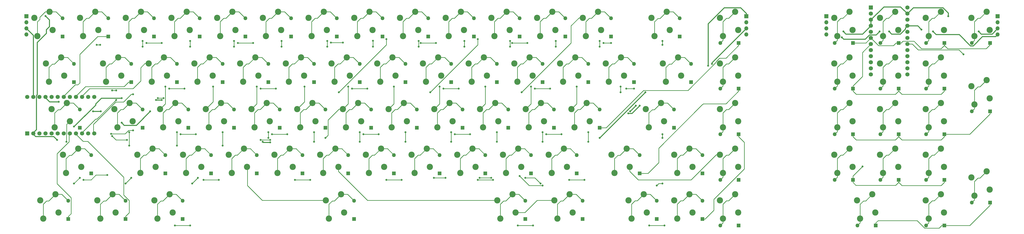
<source format=gbr>
G04 #@! TF.GenerationSoftware,KiCad,Pcbnew,(5.1.4)-1*
G04 #@! TF.CreationDate,2021-01-04T02:25:34-06:00*
G04 #@! TF.ProjectId,65Numpad,36354e75-6d70-4616-942e-6b696361645f,rev?*
G04 #@! TF.SameCoordinates,Original*
G04 #@! TF.FileFunction,Copper,L2,Bot*
G04 #@! TF.FilePolarity,Positive*
%FSLAX46Y46*%
G04 Gerber Fmt 4.6, Leading zero omitted, Abs format (unit mm)*
G04 Created by KiCad (PCBNEW (5.1.4)-1) date 2021-01-04 02:25:34*
%MOMM*%
%LPD*%
G04 APERTURE LIST*
%ADD10C,2.600000*%
%ADD11R,1.700000X1.700000*%
%ADD12O,1.700000X1.700000*%
%ADD13C,1.752600*%
%ADD14R,1.752600X1.752600*%
%ADD15R,1.600000X1.600000*%
%ADD16O,1.600000X1.600000*%
%ADD17C,0.800000*%
%ADD18C,0.254000*%
%ADD19C,0.381000*%
G04 APERTURE END LIST*
D10*
X54133750Y-94297500D03*
X60483750Y-91757500D03*
X61753750Y-99377500D03*
X55403750Y-101917500D03*
X373221250Y-56197500D03*
X379571250Y-53657500D03*
X380841250Y-61277500D03*
X374491250Y-63817500D03*
D11*
X331787500Y-55562500D03*
D12*
X331787500Y-58102500D03*
X331787500Y-60642500D03*
X331787500Y-63182500D03*
D11*
X-1587500Y-55562500D03*
D12*
X-1587500Y-58102500D03*
X-1587500Y-60642500D03*
X-1587500Y-63182500D03*
D10*
X399891250Y-127952500D03*
X393541250Y-130492500D03*
X398621250Y-120332500D03*
X392271250Y-122872500D03*
X399891250Y-89852500D03*
X393541250Y-92392500D03*
X398621250Y-82232500D03*
X392271250Y-84772500D03*
X398621250Y-82232500D03*
X392271250Y-84772500D03*
X399891250Y-89852500D03*
X393541250Y-92392500D03*
X20796250Y-56197500D03*
X27146250Y-53657500D03*
X28416250Y-61277500D03*
X22066250Y-63817500D03*
X344646250Y-132397500D03*
X350996250Y-129857500D03*
X345916250Y-140017500D03*
X352266250Y-137477500D03*
X354171250Y-113347500D03*
X360521250Y-110807500D03*
X361791250Y-118427500D03*
X355441250Y-120967500D03*
X373221250Y-113347500D03*
X379571250Y-110807500D03*
X380841250Y-118427500D03*
X374491250Y-120967500D03*
X354171250Y-56197500D03*
X360521250Y-53657500D03*
X361791250Y-61277500D03*
X355441250Y-63817500D03*
X373221250Y-94297500D03*
X379571250Y-91757500D03*
X380841250Y-99377500D03*
X374491250Y-101917500D03*
X335121250Y-75247500D03*
X341471250Y-72707500D03*
X342741250Y-80327500D03*
X336391250Y-82867500D03*
D11*
X403225000Y-55562500D03*
D12*
X403225000Y-58102500D03*
X403225000Y-60642500D03*
X403225000Y-63182500D03*
D10*
X335121250Y-113347500D03*
X341471250Y-110807500D03*
X342741250Y-118427500D03*
X336391250Y-120967500D03*
D13*
X365601250Y-51911250D03*
X350361250Y-79851250D03*
X365601250Y-54451250D03*
X365601250Y-56991250D03*
X365601250Y-59531250D03*
X365601250Y-62071250D03*
X365601250Y-64611250D03*
X365601250Y-67151250D03*
X365601250Y-69691250D03*
X365601250Y-72231250D03*
X365601250Y-74771250D03*
X365601250Y-77311250D03*
X365601250Y-79851250D03*
X350361250Y-77311250D03*
X350361250Y-74771250D03*
X350361250Y-72231250D03*
X350361250Y-69691250D03*
X350361250Y-67151250D03*
X350361250Y-64611250D03*
X350361250Y-62071250D03*
X350361250Y-59531250D03*
X350361250Y-56991250D03*
X350361250Y-54451250D03*
D14*
X350361250Y-51911250D03*
D10*
X335121250Y-56197500D03*
X341471250Y-53657500D03*
X342741250Y-61277500D03*
X336391250Y-63817500D03*
X373221250Y-75247500D03*
X379571250Y-72707500D03*
X380841250Y-80327500D03*
X374491250Y-82867500D03*
X392271250Y-56197500D03*
X398621250Y-53657500D03*
X399891250Y-61277500D03*
X393541250Y-63817500D03*
X335121250Y-94297500D03*
X341471250Y-91757500D03*
X342741250Y-99377500D03*
X336391250Y-101917500D03*
X354171250Y-94297500D03*
X360521250Y-91757500D03*
X361791250Y-99377500D03*
X355441250Y-101917500D03*
X354171250Y-75247500D03*
X360521250Y-72707500D03*
X361791250Y-80327500D03*
X355441250Y-82867500D03*
X373221250Y-132397500D03*
X379571250Y-129857500D03*
X380841250Y-137477500D03*
X374491250Y-140017500D03*
D15*
X400050000Y-133350000D03*
D16*
X392430000Y-133350000D03*
D15*
X381000000Y-142875000D03*
D16*
X373380000Y-142875000D03*
D15*
X352425000Y-142875000D03*
D16*
X344805000Y-142875000D03*
D15*
X381000000Y-123825000D03*
D16*
X373380000Y-123825000D03*
D15*
X361950000Y-123825000D03*
D16*
X354330000Y-123825000D03*
D15*
X342900000Y-123825000D03*
D16*
X335280000Y-123825000D03*
D15*
X400050000Y-95250000D03*
D16*
X392430000Y-95250000D03*
D15*
X381000000Y-104775000D03*
D16*
X373380000Y-104775000D03*
D15*
X361950000Y-104775000D03*
D16*
X354330000Y-104775000D03*
D15*
X342900000Y-104775000D03*
D16*
X335280000Y-104775000D03*
D15*
X381000000Y-85725000D03*
D16*
X373380000Y-85725000D03*
D15*
X361950000Y-85725000D03*
D16*
X354330000Y-85725000D03*
D15*
X342900000Y-85725000D03*
D16*
X335280000Y-85725000D03*
D15*
X400050000Y-66675000D03*
D16*
X392430000Y-66675000D03*
D15*
X381000000Y-66675000D03*
D16*
X373380000Y-66675000D03*
D15*
X361950000Y-66675000D03*
D16*
X354330000Y-66675000D03*
D15*
X342900000Y-66675000D03*
D16*
X335280000Y-66675000D03*
D10*
X225583750Y-94297500D03*
X231933750Y-91757500D03*
X233203750Y-99377500D03*
X226853750Y-101917500D03*
X120808750Y-113347500D03*
X127158750Y-110807500D03*
X128428750Y-118427500D03*
X122078750Y-120967500D03*
X216058750Y-113347500D03*
X222408750Y-110807500D03*
X223678750Y-118427500D03*
X217328750Y-120967500D03*
X187483750Y-94297500D03*
X193833750Y-91757500D03*
X195103750Y-99377500D03*
X188753750Y-101917500D03*
X111283750Y-94297500D03*
X117633750Y-91757500D03*
X118903750Y-99377500D03*
X112553750Y-101917500D03*
X4127500Y-132397500D03*
X10477500Y-129857500D03*
X5397500Y-140017500D03*
X11747500Y-137477500D03*
X20002500Y-110807500D03*
X13652500Y-113347500D03*
X14922500Y-120967500D03*
X21272500Y-118427500D03*
X82708750Y-113347500D03*
X89058750Y-110807500D03*
X90328750Y-118427500D03*
X83978750Y-120967500D03*
X242252500Y-113347500D03*
X248602500Y-110807500D03*
X243522500Y-120967500D03*
X249872500Y-118427500D03*
X139858750Y-113347500D03*
X146208750Y-110807500D03*
X147478750Y-118427500D03*
X141128750Y-120967500D03*
X239871250Y-75247500D03*
X246221250Y-72707500D03*
X247491250Y-80327500D03*
X241141250Y-82867500D03*
X49371250Y-75247500D03*
X55721250Y-72707500D03*
X56991250Y-80327500D03*
X50641250Y-82867500D03*
X6508750Y-75247500D03*
X12858750Y-72707500D03*
X7778750Y-82867500D03*
X14128750Y-80327500D03*
X154146250Y-56197500D03*
X160496250Y-53657500D03*
X161766250Y-61277500D03*
X155416250Y-63817500D03*
X192246250Y-56197500D03*
X198596250Y-53657500D03*
X199866250Y-61277500D03*
X193516250Y-63817500D03*
X44608750Y-113347500D03*
X50958750Y-110807500D03*
X52228750Y-118427500D03*
X45878750Y-120967500D03*
X125571250Y-75247500D03*
X131921250Y-72707500D03*
X133191250Y-80327500D03*
X126841250Y-82867500D03*
X63658750Y-113347500D03*
X70008750Y-110807500D03*
X71278750Y-118427500D03*
X64928750Y-120967500D03*
X27940000Y-132397500D03*
X34290000Y-129857500D03*
X29210000Y-140017500D03*
X35560000Y-137477500D03*
X101758750Y-113347500D03*
X108108750Y-110807500D03*
X109378750Y-118427500D03*
X103028750Y-120967500D03*
X268446250Y-113347500D03*
X274796250Y-110807500D03*
X276066250Y-118427500D03*
X269716250Y-120967500D03*
X144621250Y-75247500D03*
X150971250Y-72707500D03*
X152241250Y-80327500D03*
X145891250Y-82867500D03*
X39846250Y-56197500D03*
X46196250Y-53657500D03*
X47466250Y-61277500D03*
X41116250Y-63817500D03*
X58896250Y-56197500D03*
X65246250Y-53657500D03*
X66516250Y-61277500D03*
X60166250Y-63817500D03*
X106521250Y-75247500D03*
X112871250Y-72707500D03*
X114141250Y-80327500D03*
X107791250Y-82867500D03*
X123190000Y-132397500D03*
X129540000Y-129857500D03*
X124460000Y-140017500D03*
X130810000Y-137477500D03*
X116046250Y-56197500D03*
X122396250Y-53657500D03*
X123666250Y-61277500D03*
X117316250Y-63817500D03*
X135096250Y-56197500D03*
X141446250Y-53657500D03*
X142716250Y-61277500D03*
X136366250Y-63817500D03*
X206533750Y-94297500D03*
X212883750Y-91757500D03*
X214153750Y-99377500D03*
X207803750Y-101917500D03*
X287496250Y-132397500D03*
X293846250Y-129857500D03*
X295116250Y-137477500D03*
X288766250Y-140017500D03*
X87471250Y-75247500D03*
X93821250Y-72707500D03*
X95091250Y-80327500D03*
X88741250Y-82867500D03*
X30321250Y-75247500D03*
X36671250Y-72707500D03*
X37941250Y-80327500D03*
X31591250Y-82867500D03*
X287496250Y-94297500D03*
X293846250Y-91757500D03*
X295116250Y-99377500D03*
X288766250Y-101917500D03*
X287496250Y-113347500D03*
X293846250Y-110807500D03*
X295116250Y-118427500D03*
X288766250Y-120967500D03*
X197008750Y-113347500D03*
X203358750Y-110807500D03*
X204628750Y-118427500D03*
X198278750Y-120967500D03*
X201771250Y-75247500D03*
X208121250Y-72707500D03*
X209391250Y-80327500D03*
X203041250Y-82867500D03*
X182721250Y-75247500D03*
X189071250Y-72707500D03*
X190341250Y-80327500D03*
X183991250Y-82867500D03*
X173196250Y-56197500D03*
X179546250Y-53657500D03*
X180816250Y-61277500D03*
X174466250Y-63817500D03*
X211296250Y-56197500D03*
X217646250Y-53657500D03*
X218916250Y-61277500D03*
X212566250Y-63817500D03*
X158908750Y-113347500D03*
X165258750Y-110807500D03*
X166528750Y-118427500D03*
X160178750Y-120967500D03*
X249396250Y-132397500D03*
X255746250Y-129857500D03*
X257016250Y-137477500D03*
X250666250Y-140017500D03*
X220821250Y-75247500D03*
X227171250Y-72707500D03*
X228441250Y-80327500D03*
X222091250Y-82867500D03*
X168433750Y-94297500D03*
X174783750Y-91757500D03*
X176053750Y-99377500D03*
X169703750Y-101917500D03*
X149383750Y-94297500D03*
X155733750Y-91757500D03*
X157003750Y-99377500D03*
X150653750Y-101917500D03*
X163671250Y-75247500D03*
X170021250Y-72707500D03*
X171291250Y-80327500D03*
X164941250Y-82867500D03*
X287496250Y-75247500D03*
X293846250Y-72707500D03*
X295116250Y-80327500D03*
X288766250Y-82867500D03*
X130333750Y-94297500D03*
X136683750Y-91757500D03*
X137953750Y-99377500D03*
X131603750Y-101917500D03*
X77946250Y-56197500D03*
X84296250Y-53657500D03*
X85566250Y-61277500D03*
X79216250Y-63817500D03*
X218440000Y-132397500D03*
X224790000Y-129857500D03*
X219710000Y-140017500D03*
X226060000Y-137477500D03*
X96996250Y-56197500D03*
X103346250Y-53657500D03*
X104616250Y-61277500D03*
X98266250Y-63817500D03*
X92233750Y-94297500D03*
X98583750Y-91757500D03*
X99853750Y-99377500D03*
X93503750Y-101917500D03*
X1746250Y-56197500D03*
X8096250Y-53657500D03*
X9366250Y-61277500D03*
X3016250Y-63817500D03*
X230346250Y-56197500D03*
X236696250Y-53657500D03*
X237966250Y-61277500D03*
X231616250Y-63817500D03*
X262890000Y-91757500D03*
X256540000Y-94297500D03*
X257810000Y-101917500D03*
X264160000Y-99377500D03*
X68421250Y-75247500D03*
X74771250Y-72707500D03*
X76041250Y-80327500D03*
X69691250Y-82867500D03*
X268446250Y-132397500D03*
X274796250Y-129857500D03*
X276066250Y-137477500D03*
X269716250Y-140017500D03*
X287496250Y-56197500D03*
X293846250Y-53657500D03*
X295116250Y-61277500D03*
X288766250Y-63817500D03*
X73183750Y-94297500D03*
X79533750Y-91757500D03*
X80803750Y-99377500D03*
X74453750Y-101917500D03*
X177958750Y-113347500D03*
X184308750Y-110807500D03*
X185578750Y-118427500D03*
X179228750Y-120967500D03*
X8890000Y-94297500D03*
X15240000Y-91757500D03*
X10160000Y-101917500D03*
X16510000Y-99377500D03*
X258921250Y-56197500D03*
X265271250Y-53657500D03*
X260191250Y-63817500D03*
X266541250Y-61277500D03*
X263683750Y-75247500D03*
X270033750Y-72707500D03*
X264953750Y-82867500D03*
X271303750Y-80327500D03*
X194627500Y-132397500D03*
X200977500Y-129857500D03*
X195897500Y-140017500D03*
X202247500Y-137477500D03*
X51752500Y-132397500D03*
X58102500Y-129857500D03*
X53022500Y-140017500D03*
X59372500Y-137477500D03*
X35083750Y-94297500D03*
X41433750Y-91757500D03*
X42703750Y-99377500D03*
X36353750Y-101917500D03*
D15*
X295275000Y-123825000D03*
D16*
X287655000Y-123825000D03*
D15*
X295275000Y-104775000D03*
D16*
X287655000Y-104775000D03*
D15*
X295275000Y-142875000D03*
D16*
X287655000Y-142875000D03*
D15*
X280193750Y-140176250D03*
D16*
X280193750Y-132556250D03*
D15*
X261143750Y-140176250D03*
D16*
X261143750Y-132556250D03*
D15*
X230187500Y-140176250D03*
D16*
X230187500Y-132556250D03*
D15*
X206375000Y-140176250D03*
D16*
X206375000Y-132556250D03*
D15*
X134937500Y-140176250D03*
D16*
X134937500Y-132556250D03*
D15*
X63500000Y-140176250D03*
D16*
X63500000Y-132556250D03*
D15*
X39687500Y-140176250D03*
D16*
X39687500Y-132556250D03*
D15*
X15875000Y-140176250D03*
D16*
X15875000Y-132556250D03*
D15*
X295275000Y-85725000D03*
D16*
X287655000Y-85725000D03*
D15*
X280193750Y-121126250D03*
D16*
X280193750Y-113506250D03*
D15*
X254000000Y-121126250D03*
D16*
X254000000Y-113506250D03*
D15*
X227806250Y-121126250D03*
D16*
X227806250Y-113506250D03*
D15*
X208756250Y-121126250D03*
D16*
X208756250Y-113506250D03*
D15*
X189706250Y-121126250D03*
D16*
X189706250Y-113506250D03*
D15*
X170656250Y-121126250D03*
D16*
X170656250Y-113506250D03*
D15*
X151606250Y-121126250D03*
D16*
X151606250Y-113506250D03*
D15*
X132556250Y-121126250D03*
D16*
X132556250Y-113506250D03*
D15*
X113506250Y-121126250D03*
D16*
X113506250Y-113506250D03*
D15*
X94456250Y-121126250D03*
D16*
X94456250Y-113506250D03*
D15*
X75406250Y-121126250D03*
D16*
X75406250Y-113506250D03*
D15*
X56356250Y-121126250D03*
D16*
X56356250Y-113506250D03*
D15*
X25400000Y-121126250D03*
D16*
X25400000Y-113506250D03*
D15*
X295275000Y-66675000D03*
D16*
X287655000Y-66675000D03*
D15*
X268287500Y-102076250D03*
D16*
X268287500Y-94456250D03*
D15*
X237331250Y-102076250D03*
D16*
X237331250Y-94456250D03*
D15*
X218281250Y-102076250D03*
D16*
X218281250Y-94456250D03*
D15*
X199231250Y-102076250D03*
D16*
X199231250Y-94456250D03*
D15*
X180181250Y-102076250D03*
D16*
X180181250Y-94456250D03*
D15*
X161131250Y-102076250D03*
D16*
X161131250Y-94456250D03*
D15*
X142081250Y-102076250D03*
D16*
X142081250Y-94456250D03*
D15*
X123031250Y-102076250D03*
D16*
X123031250Y-94456250D03*
D15*
X103981250Y-102076250D03*
D16*
X103981250Y-94456250D03*
D15*
X84931250Y-102076250D03*
D16*
X84931250Y-94456250D03*
D15*
X65881250Y-102076250D03*
D16*
X65881250Y-94456250D03*
D15*
X46831250Y-102076250D03*
D16*
X46831250Y-94456250D03*
D15*
X20637500Y-102076250D03*
D16*
X20637500Y-94456250D03*
D15*
X275431250Y-83026250D03*
D16*
X275431250Y-75406250D03*
D15*
X251618750Y-83026250D03*
D16*
X251618750Y-75406250D03*
D15*
X232568750Y-83026250D03*
D16*
X232568750Y-75406250D03*
D15*
X213518750Y-83026250D03*
D16*
X213518750Y-75406250D03*
D15*
X194468750Y-83026250D03*
D16*
X194468750Y-75406250D03*
D15*
X175418750Y-83026250D03*
D16*
X175418750Y-75406250D03*
D15*
X156368750Y-83026250D03*
D16*
X156368750Y-75406250D03*
D15*
X137318750Y-83026250D03*
D16*
X137318750Y-75406250D03*
D15*
X118268750Y-83026250D03*
D16*
X118268750Y-75406250D03*
D15*
X99218750Y-83026250D03*
D16*
X99218750Y-75406250D03*
D15*
X80168750Y-83026250D03*
D16*
X80168750Y-75406250D03*
D15*
X61118750Y-83026250D03*
D16*
X61118750Y-75406250D03*
D15*
X42068750Y-83026250D03*
D16*
X42068750Y-75406250D03*
D15*
X18256250Y-83026250D03*
D16*
X18256250Y-75406250D03*
D15*
X270668750Y-63976250D03*
D16*
X270668750Y-56356250D03*
D15*
X242093750Y-63976250D03*
D16*
X242093750Y-56356250D03*
D15*
X223043750Y-63976250D03*
D16*
X223043750Y-56356250D03*
D15*
X203993750Y-63976250D03*
D16*
X203993750Y-56356250D03*
D15*
X184943750Y-63976250D03*
D16*
X184943750Y-56356250D03*
D15*
X165893750Y-63976250D03*
D16*
X165893750Y-56356250D03*
D15*
X146843750Y-63976250D03*
D16*
X146843750Y-56356250D03*
D15*
X127793750Y-63976250D03*
D16*
X127793750Y-56356250D03*
D15*
X108743750Y-63976250D03*
D16*
X108743750Y-56356250D03*
D15*
X89693750Y-63976250D03*
D16*
X89693750Y-56356250D03*
D15*
X70643750Y-63976250D03*
D16*
X70643750Y-56356250D03*
D15*
X51593750Y-63976250D03*
D16*
X51593750Y-56356250D03*
D15*
X32543750Y-63976250D03*
D16*
X32543750Y-56356250D03*
D15*
X13493750Y-63976250D03*
D16*
X13493750Y-56356250D03*
D13*
X-1270000Y-89217500D03*
X26670000Y-104457500D03*
X1270000Y-89217500D03*
X3810000Y-89217500D03*
X6350000Y-89217500D03*
X8890000Y-89217500D03*
X11430000Y-89217500D03*
X13970000Y-89217500D03*
X16510000Y-89217500D03*
X19050000Y-89217500D03*
X21590000Y-89217500D03*
X24130000Y-89217500D03*
X26670000Y-89217500D03*
X24130000Y-104457500D03*
X21590000Y-104457500D03*
X19050000Y-104457500D03*
X16510000Y-104457500D03*
X13970000Y-104457500D03*
X11430000Y-104457500D03*
X8890000Y-104457500D03*
X6350000Y-104457500D03*
X3810000Y-104457500D03*
X1270000Y-104457500D03*
D14*
X-1270000Y-104457500D03*
D11*
X298450000Y-55562500D03*
D12*
X298450000Y-58102500D03*
X298450000Y-60642500D03*
X298450000Y-63182500D03*
D17*
X41275000Y-103981250D03*
X20637500Y-123031250D03*
X18256250Y-125412500D03*
X42068750Y-123031250D03*
X39687500Y-125412500D03*
X41275000Y-109537500D03*
X15081250Y-107950000D03*
X46831250Y-68262500D03*
X46831250Y-65881250D03*
X76200000Y-84931250D03*
X66675000Y-65881250D03*
X66675000Y-68262500D03*
X56356250Y-84931250D03*
X61118750Y-103981250D03*
X80168750Y-103981250D03*
X69850000Y-123031250D03*
X67468750Y-125412500D03*
X80168750Y-109537500D03*
X61118750Y-109537500D03*
X94456250Y-84931250D03*
X84931250Y-65881250D03*
X84931250Y-68262500D03*
X104775000Y-65881250D03*
X104775000Y-68262500D03*
X114300000Y-84931250D03*
X99218750Y-106362500D03*
X99218750Y-103981250D03*
X118268750Y-103981250D03*
X118268750Y-107950000D03*
X200025000Y-65881250D03*
X200025000Y-68262500D03*
X219075000Y-68262500D03*
X219075000Y-65881250D03*
X208756250Y-84931250D03*
X227806250Y-84931250D03*
X213518750Y-103981250D03*
X232568750Y-103981250D03*
X186531250Y-65087500D03*
X166687500Y-87312500D03*
X42862500Y-103187500D03*
X33725728Y-104654663D03*
X232568750Y-107950000D03*
X213518750Y-107950000D03*
X237331250Y-68262500D03*
X237331250Y-65881250D03*
X263525000Y-65881250D03*
X263525000Y-67468750D03*
X246062500Y-87312500D03*
X246062500Y-84931250D03*
X263525000Y-106362500D03*
X263525000Y-104775000D03*
X42862500Y-88106250D03*
X204787500Y-87312500D03*
X55562500Y-89693750D03*
X53181250Y-89693750D03*
X161925000Y-65881250D03*
X161925000Y-68262500D03*
X180975000Y-65881250D03*
X180975000Y-68262500D03*
X170656250Y-84931250D03*
X189706250Y-84931250D03*
X175418750Y-103981250D03*
X194468750Y-103981250D03*
X263525000Y-125412500D03*
X261143750Y-126206250D03*
X213518750Y-126206250D03*
X203993750Y-122237500D03*
X148431250Y-65087500D03*
X128587500Y-87312500D03*
X35810750Y-90487500D03*
X194468750Y-107950000D03*
X175418750Y-107950000D03*
X123825000Y-65881250D03*
X123825000Y-68262500D03*
X142875000Y-65802183D03*
X142875000Y-68262500D03*
X132556250Y-84931250D03*
X151606250Y-84931250D03*
X137318750Y-103981250D03*
X156368750Y-103981250D03*
X34131250Y-105568750D03*
X40274997Y-107156250D03*
X123031250Y-106362500D03*
X100012500Y-107156250D03*
X96043750Y-107156250D03*
X212725000Y-125412500D03*
X206375000Y-123031250D03*
X192087500Y-123031250D03*
X187325000Y-123031250D03*
X173037500Y-123031250D03*
X168275000Y-123031250D03*
X156368750Y-107950000D03*
X137318750Y-107950000D03*
X388937500Y-71437500D03*
X256381250Y-87312500D03*
X237331250Y-106362500D03*
X100012500Y-108156253D03*
X96837500Y-107950000D03*
X11204500Y-107156250D03*
X6350000Y-55470500D03*
X282575000Y-76200000D03*
X252412500Y-92868750D03*
X250031250Y-95250000D03*
X54768750Y-90487500D03*
X52387500Y-90487500D03*
X38100000Y-89693750D03*
X18256250Y-101600000D03*
X284162500Y-75406250D03*
X338931250Y-61912500D03*
X395287500Y-61912500D03*
X382587500Y-55562500D03*
X254000000Y-92868750D03*
X249237500Y-96043750D03*
X50006250Y-95250000D03*
X38100000Y-100012500D03*
X29368750Y-95250000D03*
X26193750Y-95250000D03*
X11906250Y-91281250D03*
X338224303Y-64317423D03*
X354012500Y-61912500D03*
X357981250Y-61912500D03*
X376237500Y-61912500D03*
X371475000Y-61118750D03*
X60325000Y-142875000D03*
X66675000Y-142875000D03*
X203200000Y-142875000D03*
X209550000Y-142875000D03*
X257968750Y-142875000D03*
X264318750Y-142875000D03*
X22225000Y-123825000D03*
X72231250Y-123825000D03*
X78581250Y-123825000D03*
X110331250Y-123825000D03*
X116681250Y-123825000D03*
X148431250Y-123825000D03*
X154781250Y-123825000D03*
X186531250Y-123825000D03*
X192881250Y-123825000D03*
X224631250Y-123825000D03*
X230981250Y-123825000D03*
X32127849Y-121821599D03*
X62706250Y-104775000D03*
X69056250Y-104775000D03*
X100806250Y-104775000D03*
X107156250Y-104775000D03*
X138906250Y-104775000D03*
X145256250Y-104775000D03*
X177006250Y-104775000D03*
X183356250Y-104775000D03*
X215106250Y-104775000D03*
X221456250Y-104775000D03*
X57943750Y-85725000D03*
X64293750Y-85725000D03*
X96043750Y-85725000D03*
X102393750Y-85725000D03*
X134143750Y-85725000D03*
X140493750Y-85725000D03*
X172243750Y-85725000D03*
X178593750Y-85725000D03*
X210343750Y-85725000D03*
X216693750Y-85725000D03*
X248443750Y-85725000D03*
X251618750Y-85725000D03*
X346868750Y-118268750D03*
X35810750Y-86518750D03*
X34131250Y-86518750D03*
X48418750Y-66675000D03*
X54768750Y-66675000D03*
X125295308Y-66557808D03*
X130320817Y-66529183D03*
X86518750Y-66675000D03*
X92868750Y-66675000D03*
X162718750Y-66675000D03*
X169068750Y-66675000D03*
X200818750Y-66675000D03*
X207168750Y-66675000D03*
X238918750Y-66675000D03*
X242093750Y-66675000D03*
X27689250Y-67468750D03*
X29143250Y-67468750D03*
D18*
X44132500Y-91757500D02*
X46831250Y-94456250D01*
X41433750Y-91757500D02*
X44132500Y-91757500D01*
X36353750Y-100079023D02*
X36353750Y-101917500D01*
X36353750Y-95933538D02*
X36353750Y-100079023D01*
X37776789Y-94510499D02*
X36353750Y-95933538D01*
X38680751Y-94510499D02*
X37776789Y-94510499D01*
X41433750Y-91757500D02*
X38680751Y-94510499D01*
X41275000Y-106362500D02*
X41275000Y-103981250D01*
X20637500Y-123031250D02*
X18256250Y-125412500D01*
X42068750Y-123031250D02*
X39687500Y-125412500D01*
X41275000Y-106362500D02*
X41275000Y-107156250D01*
X41275000Y-107156250D02*
X41275000Y-107950000D01*
X41275000Y-107950000D02*
X41275000Y-109537500D01*
X15210001Y-100677499D02*
X16510000Y-99377500D01*
X15173301Y-100714199D02*
X15210001Y-100677499D01*
X15173301Y-105035085D02*
X15173301Y-100714199D01*
X15081250Y-105127136D02*
X15173301Y-105035085D01*
X15081250Y-107950000D02*
X15081250Y-105127136D01*
X60801250Y-129857500D02*
X63500000Y-132556250D01*
X58102500Y-129857500D02*
X60801250Y-129857500D01*
X53022500Y-138179023D02*
X53022500Y-140017500D01*
X53022500Y-134042566D02*
X53022500Y-138179023D01*
X54448467Y-132616599D02*
X53022500Y-134042566D01*
X55343401Y-132616599D02*
X54448467Y-132616599D01*
X58102500Y-129857500D02*
X55343401Y-132616599D01*
X46831250Y-68262500D02*
X46831250Y-65881250D01*
X66675000Y-65881250D02*
X66675000Y-68262500D01*
X61118750Y-106362500D02*
X61118750Y-103981250D01*
X80168750Y-106362500D02*
X80168750Y-103981250D01*
X47780260Y-75247500D02*
X49371250Y-75247500D01*
X25400000Y-85725000D02*
X42862500Y-85725000D01*
X42862500Y-85725000D02*
X46037500Y-82550000D01*
X46037500Y-82550000D02*
X46037500Y-76990260D01*
X46037500Y-76990260D02*
X47780260Y-75247500D01*
X69850000Y-123031250D02*
X67468750Y-125412500D01*
X80168750Y-107156250D02*
X80168750Y-106362500D01*
X61118750Y-106362500D02*
X61118750Y-107156250D01*
X80168750Y-107156250D02*
X80168750Y-107950000D01*
X61118750Y-107156250D02*
X61118750Y-107950000D01*
X80168750Y-107950000D02*
X80168750Y-109537500D01*
X61118750Y-107950000D02*
X61118750Y-109537500D01*
X24765000Y-85725000D02*
X21272500Y-89217500D01*
X25400000Y-85725000D02*
X24765000Y-85725000D01*
X90487500Y-118586250D02*
X90328750Y-118427500D01*
X90487500Y-126206250D02*
X90487500Y-118586250D01*
X123190000Y-132397500D02*
X96678750Y-132397500D01*
X96678750Y-132397500D02*
X90487500Y-126206250D01*
X76200000Y-91281250D02*
X73183750Y-94297500D01*
X76200000Y-84931250D02*
X76200000Y-91281250D01*
X56356250Y-92075000D02*
X54133750Y-94297500D01*
X56356250Y-84931250D02*
X56356250Y-92075000D01*
X203676250Y-129857500D02*
X206375000Y-132556250D01*
X200977500Y-129857500D02*
X203676250Y-129857500D01*
X195897500Y-138179023D02*
X195897500Y-140017500D01*
X195897500Y-134042566D02*
X195897500Y-138179023D01*
X197323467Y-132616599D02*
X195897500Y-134042566D01*
X198218401Y-132616599D02*
X197323467Y-132616599D01*
X200977500Y-129857500D02*
X198218401Y-132616599D01*
X84931250Y-65881250D02*
X84931250Y-68262500D01*
X104775000Y-65881250D02*
X104775000Y-68262500D01*
X114300000Y-87312500D02*
X114300000Y-84931250D01*
X99218750Y-106362500D02*
X99218750Y-103981250D01*
X118268750Y-106362500D02*
X118268750Y-103981250D01*
X118268750Y-106362500D02*
X118268750Y-107156250D01*
X114300000Y-88106250D02*
X114300000Y-87312500D01*
X114300000Y-88106250D02*
X114300000Y-88900000D01*
X118268750Y-107156250D02*
X118268750Y-107950000D01*
X114300000Y-88900000D02*
X114300000Y-91281250D01*
X202247500Y-137477500D02*
X206216250Y-137477500D01*
X211296250Y-132397500D02*
X218440000Y-132397500D01*
X206216250Y-137477500D02*
X211296250Y-132397500D01*
X194627500Y-132397500D02*
X148590000Y-132397500D01*
X140560273Y-132397500D02*
X148590000Y-132397500D01*
X128428750Y-120265977D02*
X140560273Y-132397500D01*
X128428750Y-118427500D02*
X128428750Y-120265977D01*
X114300000Y-91281250D02*
X111283750Y-94297500D01*
X94456250Y-92075000D02*
X92233750Y-94297500D01*
X94456250Y-84931250D02*
X94456250Y-92075000D01*
X234632500Y-91757500D02*
X237331250Y-94456250D01*
X231933750Y-91757500D02*
X234632500Y-91757500D01*
X226853750Y-100079023D02*
X226853750Y-101917500D01*
X226853750Y-95933538D02*
X226853750Y-100079023D01*
X228276789Y-94510499D02*
X226853750Y-95933538D01*
X229180751Y-94510499D02*
X228276789Y-94510499D01*
X231933750Y-91757500D02*
X229180751Y-94510499D01*
X200025000Y-65881250D02*
X200025000Y-68262500D01*
X219075000Y-68262500D02*
X219075000Y-65881250D01*
X227806250Y-87312500D02*
X227806250Y-84931250D01*
X213518750Y-106362500D02*
X213518750Y-103981250D01*
X232568750Y-106362500D02*
X232568750Y-103981250D01*
X285905260Y-113347500D02*
X275427760Y-123825000D01*
X287496250Y-113347500D02*
X285905260Y-113347500D01*
X249872500Y-120265977D02*
X249872500Y-118427500D01*
X253431523Y-123825000D02*
X249872500Y-120265977D01*
X275427760Y-123825000D02*
X253431523Y-123825000D01*
X186531250Y-65087500D02*
X186531250Y-67468750D01*
X186531250Y-67468750D02*
X166687500Y-87312500D01*
X39525625Y-104654663D02*
X33725728Y-104654663D01*
X42862500Y-103187500D02*
X40992788Y-103187500D01*
X40992788Y-103187500D02*
X39525625Y-104654663D01*
X232568750Y-106362500D02*
X232568750Y-107156250D01*
X232568750Y-107156250D02*
X232568750Y-107950000D01*
X213518750Y-106362500D02*
X213518750Y-107950000D01*
X227806250Y-87312500D02*
X227806250Y-88900000D01*
X208756250Y-92075000D02*
X206533750Y-94297500D01*
X208756250Y-84931250D02*
X208756250Y-92075000D01*
X227806250Y-92075000D02*
X225583750Y-94297500D01*
X227806250Y-88900000D02*
X227806250Y-92075000D01*
X129857500Y-110807500D02*
X132556250Y-113506250D01*
X127158750Y-110807500D02*
X129857500Y-110807500D01*
X122078750Y-119129023D02*
X122078750Y-120967500D01*
X122078750Y-114983538D02*
X122078750Y-119129023D01*
X123501789Y-113560499D02*
X122078750Y-114983538D01*
X124405751Y-113560499D02*
X123501789Y-113560499D01*
X127158750Y-110807500D02*
X124405751Y-113560499D01*
X272732500Y-72707500D02*
X275431250Y-75406250D01*
X270033750Y-72707500D02*
X272732500Y-72707500D01*
X264953750Y-81029023D02*
X264953750Y-82867500D01*
X264953750Y-76892566D02*
X264953750Y-81029023D01*
X266379717Y-75466599D02*
X264953750Y-76892566D01*
X267274651Y-75466599D02*
X266379717Y-75466599D01*
X270033750Y-72707500D02*
X267274651Y-75466599D01*
X237331250Y-68262500D02*
X237331250Y-65881250D01*
X263525000Y-65881250D02*
X263525000Y-67468750D01*
X246062500Y-87312500D02*
X246062500Y-84931250D01*
X263525000Y-106362500D02*
X263525000Y-104775000D01*
X228755260Y-56197500D02*
X230346250Y-56197500D01*
X225425000Y-59527760D02*
X228755260Y-56197500D01*
X225425000Y-66675000D02*
X225425000Y-59527760D01*
X204787500Y-87312500D02*
X225425000Y-66675000D01*
X55562500Y-89693750D02*
X53181250Y-89693750D01*
X42862500Y-88106250D02*
X42068750Y-88106250D01*
X42068750Y-88106250D02*
X38871509Y-91303491D01*
X26352500Y-100647500D02*
X26352500Y-104457500D01*
X38871509Y-91303491D02*
X35669797Y-91303491D01*
X35669797Y-91303491D02*
X28025212Y-98948076D01*
X28025212Y-98948076D02*
X28025212Y-98974788D01*
X28025212Y-98974788D02*
X26352500Y-100647500D01*
X267970000Y-53657500D02*
X270668750Y-56356250D01*
X265271250Y-53657500D02*
X267970000Y-53657500D01*
X260191250Y-61979023D02*
X260191250Y-63817500D01*
X260191250Y-57842566D02*
X260191250Y-61979023D01*
X261617217Y-56416599D02*
X260191250Y-57842566D01*
X262512151Y-56416599D02*
X261617217Y-56416599D01*
X265271250Y-53657500D02*
X262512151Y-56416599D01*
X91757500Y-110807500D02*
X94456250Y-113506250D01*
X89058750Y-110807500D02*
X91757500Y-110807500D01*
X83978750Y-119129023D02*
X83978750Y-120967500D01*
X83978750Y-114983538D02*
X83978750Y-119129023D01*
X85401789Y-113560499D02*
X83978750Y-114983538D01*
X86305751Y-113560499D02*
X85401789Y-113560499D01*
X89058750Y-110807500D02*
X86305751Y-113560499D01*
X17938750Y-91757500D02*
X20637500Y-94456250D01*
X15240000Y-91757500D02*
X17938750Y-91757500D01*
X10160000Y-100079023D02*
X10160000Y-101917500D01*
X10160000Y-95942566D02*
X10160000Y-100079023D01*
X11585967Y-94516599D02*
X10160000Y-95942566D01*
X12480901Y-94516599D02*
X11585967Y-94516599D01*
X15240000Y-91757500D02*
X12480901Y-94516599D01*
X187007500Y-110807500D02*
X189706250Y-113506250D01*
X184308750Y-110807500D02*
X187007500Y-110807500D01*
X179228750Y-119129023D02*
X179228750Y-120967500D01*
X179228750Y-114983538D02*
X179228750Y-119129023D01*
X180651789Y-113560499D02*
X179228750Y-114983538D01*
X181555751Y-113560499D02*
X180651789Y-113560499D01*
X184308750Y-110807500D02*
X181555751Y-113560499D01*
X161925000Y-65881250D02*
X161925000Y-68262500D01*
X180975000Y-65881250D02*
X180975000Y-68262500D01*
X189706250Y-87312500D02*
X189706250Y-84931250D01*
X175418750Y-106362500D02*
X175418750Y-103981250D01*
X194468750Y-106362500D02*
X194468750Y-103981250D01*
X263525000Y-125412500D02*
X261937500Y-125412500D01*
X261937500Y-125412500D02*
X261143750Y-126206250D01*
X213518750Y-126206250D02*
X207962500Y-126206250D01*
X207962500Y-126206250D02*
X203993750Y-122237500D01*
X148431250Y-67495462D02*
X128614212Y-87312500D01*
X148431250Y-65087500D02*
X148431250Y-67495462D01*
X128614212Y-87312500D02*
X128587500Y-87312500D01*
X189706250Y-87312500D02*
X189706250Y-88106250D01*
X175418750Y-106362500D02*
X175418750Y-107156250D01*
X194468750Y-106362500D02*
X194468750Y-107950000D01*
X175418750Y-107156250D02*
X175418750Y-107950000D01*
X189706250Y-88106250D02*
X189706250Y-89693750D01*
X27827250Y-98471000D02*
X35810750Y-90487500D01*
X21272500Y-104457500D02*
X27259000Y-98471000D01*
X27259000Y-98471000D02*
X27827250Y-98471000D01*
X170656250Y-92075000D02*
X168433750Y-94297500D01*
X170656250Y-84931250D02*
X170656250Y-92075000D01*
X189706250Y-92075000D02*
X187483750Y-94297500D01*
X189706250Y-89693750D02*
X189706250Y-92075000D01*
X13176250Y-129857500D02*
X15875000Y-132556250D01*
X10477500Y-129857500D02*
X13176250Y-129857500D01*
X5397500Y-138179023D02*
X5397500Y-140017500D01*
X5397500Y-134042566D02*
X5397500Y-138179023D01*
X6823467Y-132616599D02*
X5397500Y-134042566D01*
X7718401Y-132616599D02*
X6823467Y-132616599D01*
X10477500Y-129857500D02*
X7718401Y-132616599D01*
X82232500Y-91757500D02*
X84931250Y-94456250D01*
X79533750Y-91757500D02*
X82232500Y-91757500D01*
X74453750Y-100079023D02*
X74453750Y-101917500D01*
X74453750Y-95933538D02*
X74453750Y-100079023D01*
X75876789Y-94510499D02*
X74453750Y-95933538D01*
X76780751Y-94510499D02*
X75876789Y-94510499D01*
X79533750Y-91757500D02*
X76780751Y-94510499D01*
X288766250Y-103663750D02*
X288766250Y-101917500D01*
X287655000Y-104775000D02*
X288766250Y-103663750D01*
X288766250Y-100079023D02*
X288766250Y-101917500D01*
X288766250Y-95933538D02*
X288766250Y-100079023D01*
X290189289Y-94510499D02*
X288766250Y-95933538D01*
X291093251Y-94510499D02*
X290189289Y-94510499D01*
X293846250Y-91757500D02*
X291093251Y-94510499D01*
X277495000Y-129857500D02*
X280193750Y-132556250D01*
X274796250Y-129857500D02*
X277495000Y-129857500D01*
X269716250Y-138179023D02*
X269716250Y-140017500D01*
X269716250Y-134033538D02*
X269716250Y-138179023D01*
X271139289Y-132610499D02*
X269716250Y-134033538D01*
X272043251Y-132610499D02*
X271139289Y-132610499D01*
X274796250Y-129857500D02*
X272043251Y-132610499D01*
X123825000Y-65881250D02*
X123825000Y-68262500D01*
X142875000Y-65802183D02*
X142875000Y-68262500D01*
X132556250Y-87312500D02*
X132556250Y-84931250D01*
X137318750Y-106362500D02*
X137318750Y-103981250D01*
X156368750Y-106362500D02*
X156368750Y-103981250D01*
X34131250Y-105568750D02*
X35718750Y-107156250D01*
X35718750Y-107156250D02*
X40274997Y-107156250D01*
X124158251Y-98882009D02*
X124158251Y-105235499D01*
X130333750Y-94297500D02*
X128742760Y-94297500D01*
X128742760Y-94297500D02*
X124158251Y-98882009D01*
X124158251Y-105235499D02*
X123031250Y-106362500D01*
X100012500Y-107156250D02*
X96043750Y-107156250D01*
X212725000Y-125412500D02*
X210343750Y-123031250D01*
X210343750Y-123031250D02*
X206375000Y-123031250D01*
X192087500Y-123031250D02*
X187325000Y-123031250D01*
X173037500Y-123031250D02*
X168275000Y-123031250D01*
X132556250Y-87312500D02*
X132556250Y-88106250D01*
X132556250Y-88106250D02*
X132556250Y-88900000D01*
X156368750Y-106362500D02*
X156368750Y-107156250D01*
X156368750Y-107156250D02*
X156368750Y-107950000D01*
X137318750Y-106362500D02*
X137318750Y-107950000D01*
X132556250Y-88900000D02*
X132556250Y-90487500D01*
X387115049Y-69615049D02*
X388937500Y-71437500D01*
X370122451Y-69615049D02*
X387115049Y-69615049D01*
X132556250Y-92075000D02*
X130333750Y-94297500D01*
X132556250Y-90487500D02*
X132556250Y-92075000D01*
X151606250Y-92075000D02*
X149383750Y-94297500D01*
X151606250Y-84931250D02*
X151606250Y-92075000D01*
X367658652Y-67151250D02*
X368931826Y-68424424D01*
X365601250Y-67151250D02*
X367658652Y-67151250D01*
X368134902Y-67627500D02*
X368931826Y-68424424D01*
X368931826Y-68424424D02*
X370122451Y-69615049D01*
X77470000Y-72707500D02*
X80168750Y-75406250D01*
X74771250Y-72707500D02*
X77470000Y-72707500D01*
X69691250Y-81029023D02*
X69691250Y-82867500D01*
X69691250Y-76883538D02*
X69691250Y-81029023D01*
X71114289Y-75460499D02*
X69691250Y-76883538D01*
X72018251Y-75460499D02*
X71114289Y-75460499D01*
X74771250Y-72707500D02*
X72018251Y-75460499D01*
X163195000Y-53657500D02*
X165893750Y-56356250D01*
X160496250Y-53657500D02*
X163195000Y-53657500D01*
X160178750Y-53975000D02*
X160496250Y-53657500D01*
X155416250Y-61979023D02*
X155416250Y-63817500D01*
X155416250Y-57833538D02*
X155416250Y-61979023D01*
X156839289Y-56410499D02*
X155416250Y-57833538D01*
X157743251Y-56410499D02*
X156839289Y-56410499D01*
X160496250Y-53657500D02*
X157743251Y-56410499D01*
X265588750Y-91757500D02*
X268287500Y-94456250D01*
X262890000Y-91757500D02*
X265588750Y-91757500D01*
X257810000Y-100079023D02*
X257810000Y-101917500D01*
X257810000Y-95942566D02*
X257810000Y-100079023D01*
X259235967Y-94516599D02*
X257810000Y-95942566D01*
X260130901Y-94516599D02*
X259235967Y-94516599D01*
X262890000Y-91757500D02*
X260130901Y-94516599D01*
X239395000Y-53657500D02*
X242093750Y-56356250D01*
X236696250Y-53657500D02*
X239395000Y-53657500D01*
X231616250Y-61979023D02*
X231616250Y-63817500D01*
X231616250Y-57833538D02*
X231616250Y-61979023D01*
X233039289Y-56410499D02*
X231616250Y-57833538D01*
X233943251Y-56410499D02*
X233039289Y-56410499D01*
X236696250Y-53657500D02*
X233943251Y-56410499D01*
X10795000Y-53657500D02*
X13493750Y-56356250D01*
X8096250Y-53657500D02*
X10795000Y-53657500D01*
X3016250Y-61979023D02*
X3016250Y-63817500D01*
X3016250Y-57833538D02*
X3016250Y-61979023D01*
X3968750Y-56881038D02*
X3016250Y-57833538D01*
X3968750Y-55946523D02*
X3968750Y-56881038D01*
X6257773Y-53657500D02*
X3968750Y-55946523D01*
X8096250Y-53657500D02*
X6257773Y-53657500D01*
X101282500Y-91757500D02*
X103981250Y-94456250D01*
X98583750Y-91757500D02*
X101282500Y-91757500D01*
X93503750Y-100079023D02*
X93503750Y-101917500D01*
X93503750Y-95933538D02*
X93503750Y-100079023D01*
X94926789Y-94510499D02*
X93503750Y-95933538D01*
X95830751Y-94510499D02*
X94926789Y-94510499D01*
X98583750Y-91757500D02*
X95830751Y-94510499D01*
X106045000Y-53657500D02*
X108743750Y-56356250D01*
X103346250Y-53657500D02*
X106045000Y-53657500D01*
X98266250Y-61979023D02*
X98266250Y-63817500D01*
X98266250Y-57833538D02*
X98266250Y-61979023D01*
X99689289Y-56410499D02*
X98266250Y-57833538D01*
X100593251Y-56410499D02*
X99689289Y-56410499D01*
X103346250Y-53657500D02*
X100593251Y-56410499D01*
X227488750Y-129857500D02*
X230187500Y-132556250D01*
X224790000Y-129857500D02*
X227488750Y-129857500D01*
X219710000Y-138179023D02*
X219710000Y-140017500D01*
X219710000Y-134042566D02*
X219710000Y-138179023D01*
X221135967Y-132616599D02*
X219710000Y-134042566D01*
X222030901Y-132616599D02*
X221135967Y-132616599D01*
X224790000Y-129857500D02*
X222030901Y-132616599D01*
X86995000Y-53657500D02*
X89693750Y-56356250D01*
X84296250Y-53657500D02*
X86995000Y-53657500D01*
X79216250Y-61979023D02*
X79216250Y-63817500D01*
X79216250Y-57833538D02*
X79216250Y-61979023D01*
X80639289Y-56410499D02*
X79216250Y-57833538D01*
X81543251Y-56410499D02*
X80639289Y-56410499D01*
X84296250Y-53657500D02*
X81543251Y-56410499D01*
X120332500Y-91757500D02*
X123031250Y-94456250D01*
X117633750Y-91757500D02*
X120332500Y-91757500D01*
X112553750Y-100079023D02*
X112553750Y-101917500D01*
X112553750Y-95933538D02*
X112553750Y-100079023D01*
X113976789Y-94510499D02*
X112553750Y-95933538D01*
X114880751Y-94510499D02*
X113976789Y-94510499D01*
X117633750Y-91757500D02*
X114880751Y-94510499D01*
X139382500Y-91757500D02*
X142081250Y-94456250D01*
X136683750Y-91757500D02*
X139382500Y-91757500D01*
X131603750Y-100079023D02*
X131603750Y-101917500D01*
X131603750Y-95933538D02*
X131603750Y-100079023D01*
X133026789Y-94510499D02*
X131603750Y-95933538D01*
X133930751Y-94510499D02*
X133026789Y-94510499D01*
X136683750Y-91757500D02*
X133930751Y-94510499D01*
X288766250Y-122713750D02*
X288766250Y-120967500D01*
X287655000Y-123825000D02*
X288766250Y-122713750D01*
X288766250Y-119129023D02*
X288766250Y-120967500D01*
X288766250Y-114983538D02*
X288766250Y-119129023D01*
X290189289Y-113560499D02*
X288766250Y-114983538D01*
X291093251Y-113560499D02*
X290189289Y-113560499D01*
X293846250Y-110807500D02*
X291093251Y-113560499D01*
X172720000Y-72707500D02*
X175418750Y-75406250D01*
X170021250Y-72707500D02*
X172720000Y-72707500D01*
X164941250Y-81029023D02*
X164941250Y-82867500D01*
X164941250Y-76883538D02*
X164941250Y-81029023D01*
X166364289Y-75460499D02*
X164941250Y-76883538D01*
X167268251Y-75460499D02*
X166364289Y-75460499D01*
X170021250Y-72707500D02*
X167268251Y-75460499D01*
X158432500Y-91757500D02*
X161131250Y-94456250D01*
X155733750Y-91757500D02*
X158432500Y-91757500D01*
X150653750Y-100079023D02*
X150653750Y-101917500D01*
X150653750Y-95933538D02*
X150653750Y-100079023D01*
X152076789Y-94510499D02*
X150653750Y-95933538D01*
X152980751Y-94510499D02*
X152076789Y-94510499D01*
X155733750Y-91757500D02*
X152980751Y-94510499D01*
X177482500Y-91757500D02*
X180181250Y-94456250D01*
X174783750Y-91757500D02*
X177482500Y-91757500D01*
X169703750Y-100079023D02*
X169703750Y-101917500D01*
X169703750Y-95933538D02*
X169703750Y-100079023D01*
X171126789Y-94510499D02*
X169703750Y-95933538D01*
X172030751Y-94510499D02*
X171126789Y-94510499D01*
X174783750Y-91757500D02*
X172030751Y-94510499D01*
X196532500Y-91757500D02*
X199231250Y-94456250D01*
X193833750Y-91757500D02*
X196532500Y-91757500D01*
X188753750Y-100079023D02*
X188753750Y-101917500D01*
X188753750Y-95933538D02*
X188753750Y-100079023D01*
X190176789Y-94510499D02*
X188753750Y-95933538D01*
X191080751Y-94510499D02*
X190176789Y-94510499D01*
X193833750Y-91757500D02*
X191080751Y-94510499D01*
X229870000Y-72707500D02*
X232568750Y-75406250D01*
X227171250Y-72707500D02*
X229870000Y-72707500D01*
X222091250Y-81029023D02*
X222091250Y-82867500D01*
X222091250Y-76883538D02*
X222091250Y-81029023D01*
X223514289Y-75460499D02*
X222091250Y-76883538D01*
X224418251Y-75460499D02*
X223514289Y-75460499D01*
X227171250Y-72707500D02*
X224418251Y-75460499D01*
X258445000Y-129857500D02*
X261143750Y-132556250D01*
X255746250Y-129857500D02*
X258445000Y-129857500D01*
X250666250Y-138179023D02*
X250666250Y-140017500D01*
X250666250Y-134033538D02*
X250666250Y-138179023D01*
X252089289Y-132610499D02*
X250666250Y-134033538D01*
X252993251Y-132610499D02*
X252089289Y-132610499D01*
X255746250Y-129857500D02*
X252993251Y-132610499D01*
X167957500Y-110807500D02*
X170656250Y-113506250D01*
X165258750Y-110807500D02*
X167957500Y-110807500D01*
X160178750Y-119129023D02*
X160178750Y-120967500D01*
X160178750Y-114983538D02*
X160178750Y-119129023D01*
X161601789Y-113560499D02*
X160178750Y-114983538D01*
X162505751Y-113560499D02*
X161601789Y-113560499D01*
X165258750Y-110807500D02*
X162505751Y-113560499D01*
X220345000Y-53657500D02*
X223043750Y-56356250D01*
X217646250Y-53657500D02*
X220345000Y-53657500D01*
X212566250Y-61979023D02*
X212566250Y-63817500D01*
X212566250Y-57833538D02*
X212566250Y-61979023D01*
X213989289Y-56410499D02*
X212566250Y-57833538D01*
X214893251Y-56410499D02*
X213989289Y-56410499D01*
X217646250Y-53657500D02*
X214893251Y-56410499D01*
X148907500Y-110807500D02*
X151606250Y-113506250D01*
X146208750Y-110807500D02*
X148907500Y-110807500D01*
X141128750Y-119129023D02*
X141128750Y-120967500D01*
X141128750Y-114983538D02*
X141128750Y-119129023D01*
X142551789Y-113560499D02*
X141128750Y-114983538D01*
X143455751Y-113560499D02*
X142551789Y-113560499D01*
X146208750Y-110807500D02*
X143455751Y-113560499D01*
X182245000Y-53657500D02*
X184943750Y-56356250D01*
X179546250Y-53657500D02*
X182245000Y-53657500D01*
X174466250Y-61979023D02*
X174466250Y-63817500D01*
X174466250Y-57833538D02*
X174466250Y-61979023D01*
X175889289Y-56410499D02*
X174466250Y-57833538D01*
X176793251Y-56410499D02*
X175889289Y-56410499D01*
X179546250Y-53657500D02*
X176793251Y-56410499D01*
X191770000Y-72707500D02*
X194468750Y-75406250D01*
X189071250Y-72707500D02*
X191770000Y-72707500D01*
X183991250Y-81029023D02*
X183991250Y-82867500D01*
X183991250Y-76883538D02*
X183991250Y-81029023D01*
X185414289Y-75460499D02*
X183991250Y-76883538D01*
X186318251Y-75460499D02*
X185414289Y-75460499D01*
X189071250Y-72707500D02*
X186318251Y-75460499D01*
X29845000Y-53657500D02*
X32543750Y-56356250D01*
X27146250Y-53657500D02*
X29845000Y-53657500D01*
X22066250Y-61979023D02*
X22066250Y-63817500D01*
X22066250Y-57833538D02*
X22066250Y-61979023D01*
X23489289Y-56410499D02*
X22066250Y-57833538D01*
X24393251Y-56410499D02*
X23489289Y-56410499D01*
X27146250Y-53657500D02*
X24393251Y-56410499D01*
X210820000Y-72707500D02*
X213518750Y-75406250D01*
X208121250Y-72707500D02*
X210820000Y-72707500D01*
X203041250Y-81029023D02*
X203041250Y-82867500D01*
X203041250Y-76883538D02*
X203041250Y-81029023D01*
X204464289Y-75460499D02*
X203041250Y-76883538D01*
X205368251Y-75460499D02*
X204464289Y-75460499D01*
X208121250Y-72707500D02*
X205368251Y-75460499D01*
X206057500Y-110807500D02*
X208756250Y-113506250D01*
X203358750Y-110807500D02*
X206057500Y-110807500D01*
X198278750Y-119129023D02*
X198278750Y-120967500D01*
X198278750Y-114983538D02*
X198278750Y-119129023D01*
X199701789Y-113560499D02*
X198278750Y-114983538D01*
X200605751Y-113560499D02*
X199701789Y-113560499D01*
X203358750Y-110807500D02*
X200605751Y-113560499D01*
X288766250Y-84613750D02*
X288766250Y-82867500D01*
X287655000Y-85725000D02*
X288766250Y-84613750D01*
X288766250Y-81029023D02*
X288766250Y-82867500D01*
X288766250Y-76883538D02*
X288766250Y-81029023D01*
X290189289Y-75460499D02*
X288766250Y-76883538D01*
X291093251Y-75460499D02*
X290189289Y-75460499D01*
X293846250Y-72707500D02*
X291093251Y-75460499D01*
X288766250Y-65563750D02*
X288766250Y-63817500D01*
X287655000Y-66675000D02*
X288766250Y-65563750D01*
X288766250Y-61979023D02*
X288766250Y-63817500D01*
X288766250Y-57833538D02*
X288766250Y-61979023D01*
X290189289Y-56410499D02*
X288766250Y-57833538D01*
X291093251Y-56410499D02*
X290189289Y-56410499D01*
X293846250Y-53657500D02*
X291093251Y-56410499D01*
D19*
X256381250Y-87312500D02*
X237331250Y-106362500D01*
X100012500Y-108156253D02*
X97043753Y-108156253D01*
X97043753Y-108156253D02*
X96837500Y-107950000D01*
X282575000Y-58875808D02*
X282575000Y-76200000D01*
X282575000Y-58616808D02*
X282575000Y-58875808D01*
X289224809Y-51966999D02*
X282575000Y-58616808D01*
X296085499Y-51966999D02*
X289224809Y-51966999D01*
X298450000Y-54331500D02*
X296085499Y-51966999D01*
X298450000Y-55562500D02*
X298450000Y-54331500D01*
X9772551Y-105724301D02*
X11204500Y-107156250D01*
X2219301Y-105724301D02*
X9772551Y-105724301D01*
X952500Y-104457500D02*
X2219301Y-105724301D01*
X2536801Y-102873199D02*
X952500Y-104457500D01*
X2917846Y-88234788D02*
X2536801Y-88615833D01*
X6350000Y-55470500D02*
X7946751Y-57067251D01*
X2536801Y-88615833D02*
X2536801Y-102873199D01*
X7946751Y-57067251D02*
X7946751Y-59884941D01*
X6703691Y-61128001D02*
X6703691Y-62632001D01*
X7946751Y-59884941D02*
X6703691Y-61128001D01*
X6703691Y-62632001D02*
X2917846Y-66417846D01*
X2917846Y-66417846D02*
X2917846Y-88234788D01*
X252412500Y-92868750D02*
X250031250Y-95250000D01*
X54768750Y-90487500D02*
X52387500Y-90487500D01*
X38100000Y-89693750D02*
X29656116Y-89693750D01*
X29656116Y-89693750D02*
X27274866Y-92075000D01*
X27274866Y-92075000D02*
X27274866Y-92581384D01*
X27274866Y-92581384D02*
X18256250Y-101600000D01*
X1270000Y-63500000D02*
X-1587500Y-60642500D01*
X1270000Y-89217500D02*
X1270000Y-63500000D01*
X298450000Y-60642500D02*
X284162500Y-74930000D01*
X284162500Y-74930000D02*
X284162500Y-75406250D01*
X396343001Y-62968001D02*
X395287500Y-61912500D01*
X403225000Y-60642500D02*
X400899499Y-62968001D01*
X400899499Y-62968001D02*
X396343001Y-62968001D01*
X382587500Y-54171808D02*
X380382691Y-51966999D01*
X382587500Y-55562500D02*
X382587500Y-54171808D01*
X350361250Y-56991250D02*
X350361250Y-59531250D01*
X346924499Y-62968001D02*
X350361250Y-59531250D01*
X338931250Y-61912500D02*
X339986751Y-62968001D01*
X339986751Y-62968001D02*
X346924499Y-62968001D01*
X362743750Y-51593750D02*
X365601250Y-54451250D01*
X350361250Y-56991250D02*
X355758750Y-51593750D01*
X355758750Y-51593750D02*
X362743750Y-51593750D01*
X368085501Y-51966999D02*
X368673249Y-51966999D01*
X365601250Y-54451250D02*
X368085501Y-51966999D01*
X380382691Y-51966999D02*
X368673249Y-51966999D01*
X368673249Y-51966999D02*
X368561751Y-51966999D01*
X254000000Y-92868750D02*
X250825000Y-96043750D01*
X250825000Y-96043750D02*
X249237500Y-96043750D01*
X39155501Y-101068001D02*
X38100000Y-100012500D01*
X50006250Y-95250000D02*
X44188249Y-101068001D01*
X44188249Y-101068001D02*
X39155501Y-101068001D01*
X29368750Y-95250000D02*
X26193750Y-95250000D01*
X8096250Y-91281250D02*
X6032500Y-89217500D01*
X11906250Y-91281250D02*
X8096250Y-91281250D01*
X338224303Y-64317423D02*
X338832431Y-64925551D01*
X357981250Y-61912500D02*
X359036751Y-62968001D01*
X377507500Y-63182500D02*
X376237500Y-61912500D01*
X402375001Y-64032499D02*
X396834443Y-64032499D01*
X396834443Y-64032499D02*
X393001441Y-67865501D01*
X393001441Y-67865501D02*
X391858559Y-67865501D01*
X391858559Y-67865501D02*
X387175558Y-63182500D01*
X403225000Y-63182500D02*
X402375001Y-64032499D01*
X387175558Y-63182500D02*
X377507500Y-63182500D01*
X362602691Y-62968001D02*
X359036751Y-62968001D01*
X338994380Y-65087500D02*
X338224303Y-64317423D01*
X353612501Y-62312499D02*
X354012500Y-61912500D01*
X352580551Y-63344449D02*
X353612501Y-62312499D01*
X349753185Y-63344449D02*
X352580551Y-63344449D01*
X348010134Y-65087500D02*
X349753185Y-63344449D01*
X338994380Y-65087500D02*
X348010134Y-65087500D01*
X364724951Y-60407549D02*
X365601250Y-59531250D01*
X364724951Y-60845741D02*
X364724951Y-60407549D01*
X362602691Y-62968001D02*
X364724951Y-60845741D01*
X369887500Y-59531250D02*
X371475000Y-61118750D01*
X365601250Y-59531250D02*
X369887500Y-59531250D01*
D18*
X39370000Y-72707500D02*
X42068750Y-75406250D01*
X36671250Y-72707500D02*
X39370000Y-72707500D01*
X31591250Y-81029023D02*
X31591250Y-82867500D01*
X31591250Y-76883538D02*
X31591250Y-81029023D01*
X33014289Y-75460499D02*
X31591250Y-76883538D01*
X33918251Y-75460499D02*
X33014289Y-75460499D01*
X36671250Y-72707500D02*
X33918251Y-75460499D01*
X96520000Y-72707500D02*
X99218750Y-75406250D01*
X93821250Y-72707500D02*
X96520000Y-72707500D01*
X88741250Y-81029023D02*
X88741250Y-82867500D01*
X88741250Y-76883538D02*
X88741250Y-81029023D01*
X90164289Y-75460499D02*
X88741250Y-76883538D01*
X91068251Y-75460499D02*
X90164289Y-75460499D01*
X93821250Y-72707500D02*
X91068251Y-75460499D01*
X248920000Y-72707500D02*
X251618750Y-75406250D01*
X246221250Y-72707500D02*
X248920000Y-72707500D01*
X241141250Y-81029023D02*
X241141250Y-82867500D01*
X241141250Y-76883538D02*
X241141250Y-81029023D01*
X242564289Y-75460499D02*
X241141250Y-76883538D01*
X243468251Y-75460499D02*
X242564289Y-75460499D01*
X246221250Y-72707500D02*
X243468251Y-75460499D01*
X288766250Y-141763750D02*
X288766250Y-140017500D01*
X287655000Y-142875000D02*
X288766250Y-141763750D01*
X288766250Y-138179023D02*
X288766250Y-140017500D01*
X288766250Y-134033538D02*
X288766250Y-138179023D01*
X290189289Y-132610499D02*
X288766250Y-134033538D01*
X291093251Y-132610499D02*
X290189289Y-132610499D01*
X293846250Y-129857500D02*
X291093251Y-132610499D01*
X63182500Y-91757500D02*
X65881250Y-94456250D01*
X60483750Y-91757500D02*
X63182500Y-91757500D01*
X55403750Y-100079023D02*
X55403750Y-101917500D01*
X55403750Y-95933538D02*
X55403750Y-100079023D01*
X56826789Y-94510499D02*
X55403750Y-95933538D01*
X57730751Y-94510499D02*
X56826789Y-94510499D01*
X60483750Y-91757500D02*
X57730751Y-94510499D01*
X215582500Y-91757500D02*
X218281250Y-94456250D01*
X212883750Y-91757500D02*
X215582500Y-91757500D01*
X207803750Y-100079023D02*
X207803750Y-101917500D01*
X207803750Y-95933538D02*
X207803750Y-100079023D01*
X209226789Y-94510499D02*
X207803750Y-95933538D01*
X210130751Y-94510499D02*
X209226789Y-94510499D01*
X212883750Y-91757500D02*
X210130751Y-94510499D01*
X144145000Y-53657500D02*
X146843750Y-56356250D01*
X141446250Y-53657500D02*
X144145000Y-53657500D01*
X136366250Y-61979023D02*
X136366250Y-63817500D01*
X136366250Y-57833538D02*
X136366250Y-61979023D01*
X137789289Y-56410499D02*
X136366250Y-57833538D01*
X138693251Y-56410499D02*
X137789289Y-56410499D01*
X141446250Y-53657500D02*
X138693251Y-56410499D01*
X22701250Y-110807500D02*
X25400000Y-113506250D01*
X20002500Y-110807500D02*
X22701250Y-110807500D01*
X14922500Y-119129023D02*
X14922500Y-120967500D01*
X14922500Y-114992566D02*
X14922500Y-119129023D01*
X16348467Y-113566599D02*
X14922500Y-114992566D01*
X17243401Y-113566599D02*
X16348467Y-113566599D01*
X20002500Y-110807500D02*
X17243401Y-113566599D01*
X251301250Y-110807500D02*
X254000000Y-113506250D01*
X248602500Y-110807500D02*
X251301250Y-110807500D01*
X243522500Y-119129023D02*
X243522500Y-120967500D01*
X243522500Y-114992566D02*
X243522500Y-119129023D01*
X244948467Y-113566599D02*
X243522500Y-114992566D01*
X245843401Y-113566599D02*
X244948467Y-113566599D01*
X248602500Y-110807500D02*
X245843401Y-113566599D01*
X125095000Y-53657500D02*
X127793750Y-56356250D01*
X122396250Y-53657500D02*
X125095000Y-53657500D01*
X117316250Y-61979023D02*
X117316250Y-63817500D01*
X117316250Y-57833538D02*
X117316250Y-61979023D01*
X118739289Y-56410499D02*
X117316250Y-57833538D01*
X119643251Y-56410499D02*
X118739289Y-56410499D01*
X122396250Y-53657500D02*
X119643251Y-56410499D01*
X225107500Y-110807500D02*
X227806250Y-113506250D01*
X222408750Y-110807500D02*
X225107500Y-110807500D01*
X217328750Y-119129023D02*
X217328750Y-120967500D01*
X217328750Y-114983538D02*
X217328750Y-119129023D01*
X218751789Y-113560499D02*
X217328750Y-114983538D01*
X219655751Y-113560499D02*
X218751789Y-113560499D01*
X222408750Y-110807500D02*
X219655751Y-113560499D01*
X132238750Y-129857500D02*
X134937500Y-132556250D01*
X129540000Y-129857500D02*
X132238750Y-129857500D01*
X124460000Y-138179023D02*
X124460000Y-140017500D01*
X124460000Y-134042566D02*
X124460000Y-138179023D01*
X125885967Y-132616599D02*
X124460000Y-134042566D01*
X126780901Y-132616599D02*
X125885967Y-132616599D01*
X129540000Y-129857500D02*
X126780901Y-132616599D01*
X115570000Y-72707500D02*
X118268750Y-75406250D01*
X112871250Y-72707500D02*
X115570000Y-72707500D01*
X107791250Y-81029023D02*
X107791250Y-82867500D01*
X107791250Y-76883538D02*
X107791250Y-81029023D01*
X109214289Y-75460499D02*
X107791250Y-76883538D01*
X110118251Y-75460499D02*
X109214289Y-75460499D01*
X112871250Y-72707500D02*
X110118251Y-75460499D01*
X15557500Y-72707500D02*
X18256250Y-75406250D01*
X12858750Y-72707500D02*
X15557500Y-72707500D01*
X7778750Y-81029023D02*
X7778750Y-82867500D01*
X7778750Y-76892566D02*
X7778750Y-81029023D01*
X9204717Y-75466599D02*
X7778750Y-76892566D01*
X10099651Y-75466599D02*
X9204717Y-75466599D01*
X12858750Y-72707500D02*
X10099651Y-75466599D01*
X67945000Y-53657500D02*
X70643750Y-56356250D01*
X65246250Y-53657500D02*
X67945000Y-53657500D01*
X60166250Y-61979023D02*
X60166250Y-63817500D01*
X60166250Y-57833538D02*
X60166250Y-61979023D01*
X61589289Y-56410499D02*
X60166250Y-57833538D01*
X62493251Y-56410499D02*
X61589289Y-56410499D01*
X65246250Y-53657500D02*
X62493251Y-56410499D01*
X48895000Y-53657500D02*
X51593750Y-56356250D01*
X46196250Y-53657500D02*
X48895000Y-53657500D01*
X41116250Y-61979023D02*
X41116250Y-63817500D01*
X41116250Y-57833538D02*
X41116250Y-61979023D01*
X42539289Y-56410499D02*
X41116250Y-57833538D01*
X43443251Y-56410499D02*
X42539289Y-56410499D01*
X46196250Y-53657500D02*
X43443251Y-56410499D01*
X15875000Y-139122250D02*
X15875000Y-140176250D01*
X17002001Y-137995249D02*
X15875000Y-139122250D01*
X17002001Y-131302001D02*
X17002001Y-137995249D01*
X11180499Y-125480499D02*
X17002001Y-131302001D01*
X11180499Y-112926713D02*
X11180499Y-114232001D01*
X16192500Y-107914712D02*
X11180499Y-112926713D01*
X16192500Y-104457500D02*
X16192500Y-107914712D01*
X11180499Y-113720463D02*
X11180499Y-114232001D01*
X11180499Y-114232001D02*
X11180499Y-125480499D01*
X280193750Y-140176250D02*
X281305000Y-140176250D01*
X281305000Y-140176250D02*
X284956250Y-136525000D01*
X284956250Y-131955148D02*
X297656250Y-119255148D01*
X284956250Y-136525000D02*
X284956250Y-131955148D01*
X297656250Y-119255148D02*
X297656250Y-108210250D01*
X295275000Y-105829000D02*
X295275000Y-104775000D01*
X297656250Y-108210250D02*
X295275000Y-105829000D01*
X60325000Y-142875000D02*
X66675000Y-142875000D01*
X203200000Y-142875000D02*
X209550000Y-142875000D01*
X257968750Y-142875000D02*
X264318750Y-142875000D01*
X38960499Y-130161287D02*
X41275000Y-132475788D01*
X38960499Y-122780499D02*
X38960499Y-130161287D01*
X39687500Y-139122250D02*
X39687500Y-140176250D01*
X41275000Y-137534750D02*
X39687500Y-139122250D01*
X41275000Y-132475788D02*
X41275000Y-137534750D01*
X22066250Y-107791250D02*
X23971250Y-107791250D01*
X18732500Y-104457500D02*
X22066250Y-107791250D01*
X23971250Y-107791250D02*
X38960499Y-122780499D01*
X255111250Y-121126250D02*
X254000000Y-121126250D01*
X261937500Y-116681250D02*
X257492500Y-121126250D01*
X295275000Y-86779000D02*
X289979000Y-92075000D01*
X295275000Y-85725000D02*
X295275000Y-86779000D01*
X257492500Y-121126250D02*
X254000000Y-121126250D01*
X261937500Y-110614852D02*
X261937500Y-116681250D01*
X280477352Y-92075000D02*
X278748051Y-93804301D01*
X289979000Y-92075000D02*
X280477352Y-92075000D01*
X280193750Y-92358602D02*
X278748051Y-93804301D01*
X278748051Y-93804301D02*
X261937500Y-110614852D01*
X22225000Y-123825000D02*
X25400000Y-123825000D01*
X72231250Y-123825000D02*
X78581250Y-123825000D01*
X110331250Y-123825000D02*
X116681250Y-123825000D01*
X148431250Y-123825000D02*
X154781250Y-123825000D01*
X186531250Y-123825000D02*
X192881250Y-123825000D01*
X224631250Y-123825000D02*
X230981250Y-123825000D01*
X27403401Y-121821599D02*
X32127849Y-121821599D01*
X25400000Y-123825000D02*
X27403401Y-121821599D01*
X62706250Y-104775000D02*
X69056250Y-104775000D01*
X100806250Y-104775000D02*
X107156250Y-104775000D01*
X138906250Y-104775000D02*
X145256250Y-104775000D01*
X177006250Y-104775000D02*
X183356250Y-104775000D01*
X215106250Y-104775000D02*
X221456250Y-104775000D01*
X295275000Y-67729000D02*
X295275000Y-66675000D01*
X289979000Y-73025000D02*
X295275000Y-67729000D01*
X287310788Y-73025000D02*
X289979000Y-73025000D01*
X237331250Y-102076250D02*
X240030000Y-102076250D01*
X240030000Y-102076250D02*
X255587500Y-86518750D01*
X255587500Y-86518750D02*
X274127352Y-86518750D01*
X274127352Y-86518750D02*
X285869249Y-74776853D01*
X285869249Y-74776853D02*
X285869249Y-74466539D01*
X285869249Y-74466539D02*
X287310788Y-73025000D01*
X400050000Y-134404000D02*
X400050000Y-133350000D01*
X391579000Y-142875000D02*
X400050000Y-134404000D01*
X381000000Y-142875000D02*
X391579000Y-142875000D01*
X379946000Y-142875000D02*
X381000000Y-142875000D01*
X378818999Y-144002001D02*
X379946000Y-142875000D01*
X372839039Y-144002001D02*
X378818999Y-144002001D01*
X369708637Y-140871599D02*
X372839039Y-144002001D01*
X353374401Y-140871599D02*
X369708637Y-140871599D01*
X352425000Y-141821000D02*
X353374401Y-140871599D01*
X352425000Y-142875000D02*
X352425000Y-141821000D01*
X57943750Y-85725000D02*
X64293750Y-85725000D01*
X96043750Y-85725000D02*
X102393750Y-85725000D01*
X134143750Y-85725000D02*
X140493750Y-85725000D01*
X172243750Y-85725000D02*
X178593750Y-85725000D01*
X210343750Y-85725000D02*
X216693750Y-85725000D01*
X248443750Y-85725000D02*
X251618750Y-85725000D01*
X41014750Y-83026250D02*
X42068750Y-83026250D01*
X39109750Y-84931250D02*
X41014750Y-83026250D01*
X23812500Y-84931250D02*
X39109750Y-84931250D01*
X23018750Y-84931250D02*
X23812500Y-84931250D01*
X18732500Y-89217500D02*
X23018750Y-84931250D01*
X361950000Y-124879000D02*
X361950000Y-123825000D01*
X360727501Y-126101499D02*
X361950000Y-124879000D01*
X344122499Y-126101499D02*
X360727501Y-126101499D01*
X342900000Y-124879000D02*
X344122499Y-126101499D01*
X342900000Y-123825000D02*
X342900000Y-124879000D01*
X381000000Y-124879000D02*
X381000000Y-123825000D01*
X379672750Y-126206250D02*
X381000000Y-124879000D01*
X363277250Y-126206250D02*
X379672750Y-126206250D01*
X361950000Y-124879000D02*
X363277250Y-126206250D01*
X346868750Y-118268750D02*
X342900000Y-122237500D01*
X342900000Y-122237500D02*
X342900000Y-123825000D01*
X35810750Y-86518750D02*
X34131250Y-86518750D01*
X361950000Y-105829000D02*
X361950000Y-104775000D01*
X360622750Y-107156250D02*
X361950000Y-105829000D01*
X344227250Y-107156250D02*
X360622750Y-107156250D01*
X342900000Y-105829000D02*
X344227250Y-107156250D01*
X342900000Y-104775000D02*
X342900000Y-105829000D01*
X381000000Y-105829000D02*
X381000000Y-104775000D01*
X379672750Y-107156250D02*
X381000000Y-105829000D01*
X363277250Y-107156250D02*
X379672750Y-107156250D01*
X361950000Y-105829000D02*
X363277250Y-107156250D01*
X400050000Y-96304000D02*
X400050000Y-95250000D01*
X391579000Y-104775000D02*
X400050000Y-96304000D01*
X381000000Y-104775000D02*
X391579000Y-104775000D01*
X48418750Y-66675000D02*
X54768750Y-66675000D01*
X125295308Y-66557808D02*
X130292192Y-66557808D01*
X130292192Y-66557808D02*
X130320817Y-66529183D01*
X86518750Y-66675000D02*
X92868750Y-66675000D01*
X162718750Y-66675000D02*
X169068750Y-66675000D01*
X200818750Y-66675000D02*
X207168750Y-66675000D01*
X238918750Y-66675000D02*
X242093750Y-66675000D01*
X32543750Y-63976250D02*
X28098750Y-63976250D01*
X28098750Y-63976250D02*
X20637500Y-71437500D01*
X14528799Y-88341201D02*
X13652500Y-89217500D01*
X18716749Y-84153251D02*
X14528799Y-88341201D01*
X19827999Y-84153251D02*
X18716749Y-84153251D01*
X20637500Y-83343750D02*
X19827999Y-84153251D01*
X20637500Y-71437500D02*
X20637500Y-83343750D01*
X361950000Y-86779000D02*
X361950000Y-85725000D01*
X360622750Y-88106250D02*
X361950000Y-86779000D01*
X344227250Y-88106250D02*
X360622750Y-88106250D01*
X342900000Y-86779000D02*
X344227250Y-88106250D01*
X342900000Y-85725000D02*
X342900000Y-86779000D01*
X381000000Y-86779000D02*
X381000000Y-85725000D01*
X379672750Y-88106250D02*
X381000000Y-86779000D01*
X363277250Y-88106250D02*
X379672750Y-88106250D01*
X361950000Y-86779000D02*
X363277250Y-88106250D01*
X346868750Y-80702250D02*
X346868750Y-71120000D01*
X342900000Y-85725000D02*
X342900000Y-84671000D01*
X342900000Y-84671000D02*
X346868750Y-80702250D01*
X346868750Y-70643750D02*
X350361250Y-67151250D01*
X346868750Y-71120000D02*
X346868750Y-70643750D01*
X27689250Y-67468750D02*
X29143250Y-67468750D01*
X360896000Y-66675000D02*
X361950000Y-66675000D01*
X359768999Y-67802001D02*
X360896000Y-66675000D01*
X381000000Y-67729000D02*
X381000000Y-66675000D01*
X400050000Y-67468750D02*
X400050000Y-66675000D01*
X398462500Y-69056250D02*
X400050000Y-67468750D01*
X381000000Y-67729000D02*
X382327250Y-69056250D01*
X382327250Y-69056250D02*
X398462500Y-69056250D01*
X379672750Y-69056250D02*
X381000000Y-67729000D01*
X371475000Y-69056250D02*
X379672750Y-69056250D01*
X353552001Y-67802001D02*
X354345751Y-67802001D01*
X350361250Y-64611250D02*
X353552001Y-67802001D01*
X354345751Y-67802001D02*
X359768999Y-67802001D01*
X348297500Y-66675000D02*
X342900000Y-66675000D01*
X350361250Y-64611250D02*
X348297500Y-66675000D01*
X368366699Y-65947949D02*
X369093750Y-66675000D01*
X363731051Y-65947949D02*
X368366699Y-65947949D01*
X363004000Y-66675000D02*
X363731051Y-65947949D01*
X361950000Y-66675000D02*
X363004000Y-66675000D01*
X368842949Y-66424199D02*
X369093750Y-66675000D01*
X369093750Y-66675000D02*
X371475000Y-69056250D01*
X153670000Y-72707500D02*
X156368750Y-75406250D01*
X150971250Y-72707500D02*
X153670000Y-72707500D01*
X145891250Y-81029023D02*
X145891250Y-82867500D01*
X145891250Y-76883538D02*
X145891250Y-81029023D01*
X147314289Y-75460499D02*
X145891250Y-76883538D01*
X148218251Y-75460499D02*
X147314289Y-75460499D01*
X150971250Y-72707500D02*
X148218251Y-75460499D01*
X277495000Y-110807500D02*
X280193750Y-113506250D01*
X274796250Y-110807500D02*
X277495000Y-110807500D01*
X269716250Y-119129023D02*
X269716250Y-120967500D01*
X269716250Y-114983538D02*
X269716250Y-119129023D01*
X271139289Y-113560499D02*
X269716250Y-114983538D01*
X272043251Y-113560499D02*
X271139289Y-113560499D01*
X274796250Y-110807500D02*
X272043251Y-113560499D01*
X110807500Y-110807500D02*
X113506250Y-113506250D01*
X108108750Y-110807500D02*
X110807500Y-110807500D01*
X103028750Y-119129023D02*
X103028750Y-120967500D01*
X103028750Y-114983538D02*
X103028750Y-119129023D01*
X104451789Y-113560499D02*
X103028750Y-114983538D01*
X105355751Y-113560499D02*
X104451789Y-113560499D01*
X108108750Y-110807500D02*
X105355751Y-113560499D01*
X58420000Y-72707500D02*
X61118750Y-75406250D01*
X55721250Y-72707500D02*
X58420000Y-72707500D01*
X50641250Y-81029023D02*
X50641250Y-82867500D01*
X50641250Y-76883538D02*
X50641250Y-81029023D01*
X52064289Y-75460499D02*
X50641250Y-76883538D01*
X52968251Y-75460499D02*
X52064289Y-75460499D01*
X55721250Y-72707500D02*
X52968251Y-75460499D01*
X36988750Y-129857500D02*
X39687500Y-132556250D01*
X34290000Y-129857500D02*
X36988750Y-129857500D01*
X29210000Y-138179023D02*
X29210000Y-140017500D01*
X29210000Y-134042566D02*
X29210000Y-138179023D01*
X30635967Y-132616599D02*
X29210000Y-134042566D01*
X31530901Y-132616599D02*
X30635967Y-132616599D01*
X34290000Y-129857500D02*
X31530901Y-132616599D01*
X72707500Y-110807500D02*
X75406250Y-113506250D01*
X70008750Y-110807500D02*
X72707500Y-110807500D01*
X64928750Y-119129023D02*
X64928750Y-120967500D01*
X64928750Y-114983538D02*
X64928750Y-119129023D01*
X66351789Y-113560499D02*
X64928750Y-114983538D01*
X67255751Y-113560499D02*
X66351789Y-113560499D01*
X70008750Y-110807500D02*
X67255751Y-113560499D01*
X134620000Y-72707500D02*
X137318750Y-75406250D01*
X131921250Y-72707500D02*
X134620000Y-72707500D01*
X126841250Y-81029023D02*
X126841250Y-82867500D01*
X126841250Y-76883538D02*
X126841250Y-81029023D01*
X128264289Y-75460499D02*
X126841250Y-76883538D01*
X129168251Y-75460499D02*
X128264289Y-75460499D01*
X131921250Y-72707500D02*
X129168251Y-75460499D01*
X53657500Y-110807500D02*
X56356250Y-113506250D01*
X50958750Y-110807500D02*
X53657500Y-110807500D01*
X45878750Y-119129023D02*
X45878750Y-120967500D01*
X45878750Y-114983538D02*
X45878750Y-119129023D01*
X47301789Y-113560499D02*
X45878750Y-114983538D01*
X48205751Y-113560499D02*
X47301789Y-113560499D01*
X50958750Y-110807500D02*
X48205751Y-113560499D01*
X201295000Y-53657500D02*
X203993750Y-56356250D01*
X198596250Y-53657500D02*
X201295000Y-53657500D01*
X193516250Y-61979023D02*
X193516250Y-63817500D01*
X193516250Y-57833538D02*
X193516250Y-61979023D01*
X194939289Y-56410499D02*
X193516250Y-57833538D01*
X195843251Y-56410499D02*
X194939289Y-56410499D01*
X198596250Y-53657500D02*
X195843251Y-56410499D01*
X374491250Y-65563750D02*
X374491250Y-63817500D01*
X373380000Y-66675000D02*
X374491250Y-65563750D01*
X374491250Y-61979023D02*
X374491250Y-63817500D01*
X374491250Y-57833538D02*
X374491250Y-61979023D01*
X375914289Y-56410499D02*
X374491250Y-57833538D01*
X376818251Y-56410499D02*
X375914289Y-56410499D01*
X379571250Y-53657500D02*
X376818251Y-56410499D01*
X336391250Y-65563750D02*
X336391250Y-63817500D01*
X335280000Y-66675000D02*
X336391250Y-65563750D01*
X336391250Y-61979023D02*
X336391250Y-63817500D01*
X336391250Y-57833538D02*
X336391250Y-61979023D01*
X337814289Y-56410499D02*
X336391250Y-57833538D01*
X338718251Y-56410499D02*
X337814289Y-56410499D01*
X341471250Y-53657500D02*
X338718251Y-56410499D01*
X355441250Y-65563750D02*
X355441250Y-63817500D01*
X354330000Y-66675000D02*
X355441250Y-65563750D01*
X355441250Y-61979023D02*
X355441250Y-63817500D01*
X355441250Y-57833538D02*
X355441250Y-61979023D01*
X356864289Y-56410499D02*
X355441250Y-57833538D01*
X357768251Y-56410499D02*
X356864289Y-56410499D01*
X360521250Y-53657500D02*
X357768251Y-56410499D01*
X393541250Y-65563750D02*
X393541250Y-63817500D01*
X392430000Y-66675000D02*
X393541250Y-65563750D01*
X393541250Y-61979023D02*
X393541250Y-63817500D01*
X393541250Y-57833538D02*
X393541250Y-61979023D01*
X394964289Y-56410499D02*
X393541250Y-57833538D01*
X395868251Y-56410499D02*
X394964289Y-56410499D01*
X398621250Y-53657500D02*
X395868251Y-56410499D01*
X336391250Y-84613750D02*
X336391250Y-82867500D01*
X335280000Y-85725000D02*
X336391250Y-84613750D01*
X336391250Y-81029023D02*
X336391250Y-82867500D01*
X336391250Y-76883538D02*
X336391250Y-81029023D01*
X337814289Y-75460499D02*
X336391250Y-76883538D01*
X338718251Y-75460499D02*
X337814289Y-75460499D01*
X341471250Y-72707500D02*
X338718251Y-75460499D01*
X355441250Y-84613750D02*
X355441250Y-82867500D01*
X354330000Y-85725000D02*
X355441250Y-84613750D01*
X355441250Y-81029023D02*
X355441250Y-82867500D01*
X355441250Y-76883538D02*
X355441250Y-81029023D01*
X356864289Y-75460499D02*
X355441250Y-76883538D01*
X357768251Y-75460499D02*
X356864289Y-75460499D01*
X360521250Y-72707500D02*
X357768251Y-75460499D01*
X374491250Y-84613750D02*
X374491250Y-82867500D01*
X373380000Y-85725000D02*
X374491250Y-84613750D01*
X374491250Y-81029023D02*
X374491250Y-82867500D01*
X374491250Y-76883538D02*
X374491250Y-81029023D01*
X375914289Y-75460499D02*
X374491250Y-76883538D01*
X376818251Y-75460499D02*
X375914289Y-75460499D01*
X379571250Y-72707500D02*
X376818251Y-75460499D01*
X336391250Y-103663750D02*
X336391250Y-101917500D01*
X335280000Y-104775000D02*
X336391250Y-103663750D01*
X336391250Y-100079023D02*
X336391250Y-101917500D01*
X336391250Y-95933538D02*
X336391250Y-100079023D01*
X337814289Y-94510499D02*
X336391250Y-95933538D01*
X338718251Y-94510499D02*
X337814289Y-94510499D01*
X341471250Y-91757500D02*
X338718251Y-94510499D01*
X355441250Y-103663750D02*
X355441250Y-101917500D01*
X354330000Y-104775000D02*
X355441250Y-103663750D01*
X355441250Y-100079023D02*
X355441250Y-101917500D01*
X355441250Y-95933538D02*
X355441250Y-100079023D01*
X356864289Y-94510499D02*
X355441250Y-95933538D01*
X357768251Y-94510499D02*
X356864289Y-94510499D01*
X360521250Y-91757500D02*
X357768251Y-94510499D01*
X374491250Y-103663750D02*
X374491250Y-101917500D01*
X373380000Y-104775000D02*
X374491250Y-103663750D01*
X374491250Y-100079023D02*
X374491250Y-101917500D01*
X374491250Y-95933538D02*
X374491250Y-100079023D01*
X375914289Y-94510499D02*
X374491250Y-95933538D01*
X376818251Y-94510499D02*
X375914289Y-94510499D01*
X379571250Y-91757500D02*
X376818251Y-94510499D01*
X393541250Y-94138750D02*
X393541250Y-92392500D01*
X392430000Y-95250000D02*
X393541250Y-94138750D01*
X393541250Y-90554023D02*
X393541250Y-92392500D01*
X393541250Y-86408538D02*
X393541250Y-90554023D01*
X394964289Y-84985499D02*
X393541250Y-86408538D01*
X395868251Y-84985499D02*
X394964289Y-84985499D01*
X398621250Y-82232500D02*
X395868251Y-84985499D01*
X336391250Y-122713750D02*
X336391250Y-120967500D01*
X335280000Y-123825000D02*
X336391250Y-122713750D01*
X336391250Y-119129023D02*
X336391250Y-120967500D01*
X336391250Y-114983538D02*
X336391250Y-119129023D01*
X337814289Y-113560499D02*
X336391250Y-114983538D01*
X338718251Y-113560499D02*
X337814289Y-113560499D01*
X341471250Y-110807500D02*
X338718251Y-113560499D01*
X355441250Y-122713750D02*
X355441250Y-120967500D01*
X354330000Y-123825000D02*
X355441250Y-122713750D01*
X355441250Y-119129023D02*
X355441250Y-120967500D01*
X355441250Y-114983538D02*
X355441250Y-119129023D01*
X356864289Y-113560499D02*
X355441250Y-114983538D01*
X357768251Y-113560499D02*
X356864289Y-113560499D01*
X360521250Y-110807500D02*
X357768251Y-113560499D01*
X374491250Y-122713750D02*
X374491250Y-120967500D01*
X373380000Y-123825000D02*
X374491250Y-122713750D01*
X374491250Y-119129023D02*
X374491250Y-120967500D01*
X374491250Y-114983538D02*
X374491250Y-119129023D01*
X375914289Y-113560499D02*
X374491250Y-114983538D01*
X376818251Y-113560499D02*
X375914289Y-113560499D01*
X379571250Y-110807500D02*
X376818251Y-113560499D01*
X345916250Y-141763750D02*
X345916250Y-140017500D01*
X344805000Y-142875000D02*
X345916250Y-141763750D01*
X345916250Y-138179023D02*
X345916250Y-140017500D01*
X345916250Y-134042566D02*
X345916250Y-138179023D01*
X347342217Y-132616599D02*
X345916250Y-134042566D01*
X348237151Y-132616599D02*
X347342217Y-132616599D01*
X350996250Y-129857500D02*
X348237151Y-132616599D01*
X374491250Y-141763750D02*
X374491250Y-140017500D01*
X373380000Y-142875000D02*
X374491250Y-141763750D01*
X374491250Y-138179023D02*
X374491250Y-140017500D01*
X374491250Y-134033538D02*
X374491250Y-138179023D01*
X375914289Y-132610499D02*
X374491250Y-134033538D01*
X376818251Y-132610499D02*
X375914289Y-132610499D01*
X379571250Y-129857500D02*
X376818251Y-132610499D01*
X393541250Y-132238750D02*
X393541250Y-130492500D01*
X392430000Y-133350000D02*
X393541250Y-132238750D01*
X393541250Y-128654023D02*
X393541250Y-130492500D01*
X393541250Y-124517566D02*
X393541250Y-128654023D01*
X394967217Y-123091599D02*
X393541250Y-124517566D01*
X395862151Y-123091599D02*
X394967217Y-123091599D01*
X398621250Y-120332500D02*
X395862151Y-123091599D01*
M02*

</source>
